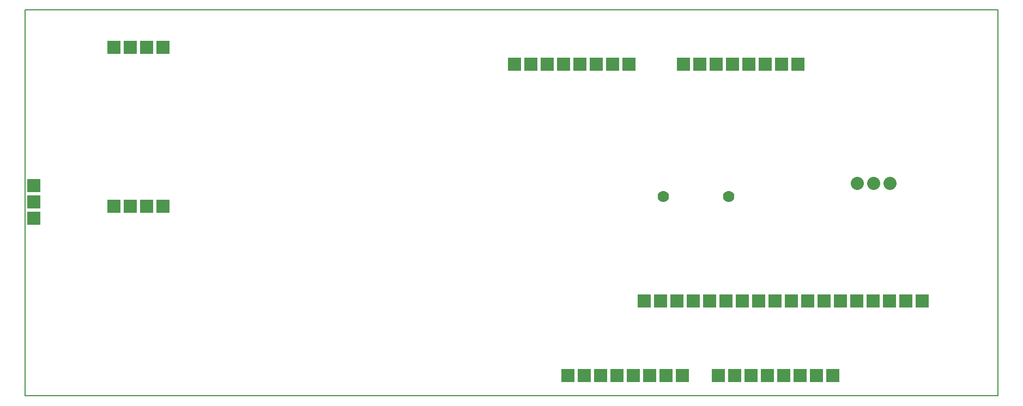
<source format=gbr>
G04 PROTEUS GERBER X2 FILE*
%TF.GenerationSoftware,Labcenter,Proteus,8.12-SP0-Build30713*%
%TF.CreationDate,2025-01-15T12:30:57+00:00*%
%TF.FileFunction,Copper,L2,Bot*%
%TF.FilePolarity,Positive*%
%TF.Part,Single*%
%TF.SameCoordinates,{9626ba97-e6ad-4adc-9df8-61d07434fadc}*%
%FSLAX45Y45*%
%MOMM*%
G01*
%TA.AperFunction,ComponentPad*%
%ADD11R,2.032000X2.032000*%
%TA.AperFunction,ComponentPad*%
%ADD12C,1.778000*%
%TA.AperFunction,ComponentPad*%
%ADD13C,2.032000*%
%TA.AperFunction,Profile*%
%ADD14C,0.203200*%
%TD.AperFunction*%
D11*
X+9620000Y-4540000D03*
X+9874000Y-4540000D03*
X+10128000Y-4540000D03*
X+10382000Y-4540000D03*
X+10636000Y-4540000D03*
X+10890000Y-4540000D03*
X+11144000Y-4540000D03*
X+11398000Y-4540000D03*
X+11652000Y-4540000D03*
X+11906000Y-4540000D03*
X+12160000Y-4540000D03*
X+12414000Y-4540000D03*
X+12668000Y-4540000D03*
X+12922000Y-4540000D03*
X+13176000Y-4540000D03*
X+13430000Y-4540000D03*
X+13684000Y-4540000D03*
X+13938000Y-4540000D03*
D12*
X+10930000Y-2910000D03*
X+9914000Y-2910000D03*
D13*
X+12926000Y-2710000D03*
X+13434000Y-2710000D03*
X+13180000Y-2710000D03*
D11*
X+10210000Y-5700000D03*
X+9956000Y-5700000D03*
X+9702000Y-5700000D03*
X+9448000Y-5700000D03*
X+9194000Y-5700000D03*
X+8940000Y-5700000D03*
X+8686000Y-5700000D03*
X+8432000Y-5700000D03*
X+10770000Y-5700000D03*
X+11024000Y-5700000D03*
X+11278000Y-5700000D03*
X+11532000Y-5700000D03*
X+11786000Y-5700000D03*
X+12040000Y-5700000D03*
X+12294000Y-5700000D03*
X+12548000Y-5700000D03*
X+12010000Y-850000D03*
X+11756000Y-850000D03*
X+11502000Y-850000D03*
X+11248000Y-850000D03*
X+10994000Y-850000D03*
X+10740000Y-850000D03*
X+10486000Y-850000D03*
X+10232000Y-850000D03*
X+9380000Y-850000D03*
X+9126000Y-850000D03*
X+8872000Y-850000D03*
X+8618000Y-850000D03*
X+8364000Y-850000D03*
X+8110000Y-850000D03*
X+7856000Y-850000D03*
X+7602000Y-850000D03*
X+140000Y-2740000D03*
X+140000Y-2994000D03*
X+140000Y-3248000D03*
X+2140000Y-590000D03*
X+1886000Y-590000D03*
X+1632000Y-590000D03*
X+1378000Y-590000D03*
X+1380000Y-3060000D03*
X+1634000Y-3060000D03*
X+1888000Y-3060000D03*
X+2142000Y-3060000D03*
D14*
X+0Y-6010000D02*
X+15116000Y-6010000D01*
X+15116000Y-10000D01*
X+0Y-10000D01*
X+0Y-6010000D01*
M02*

</source>
